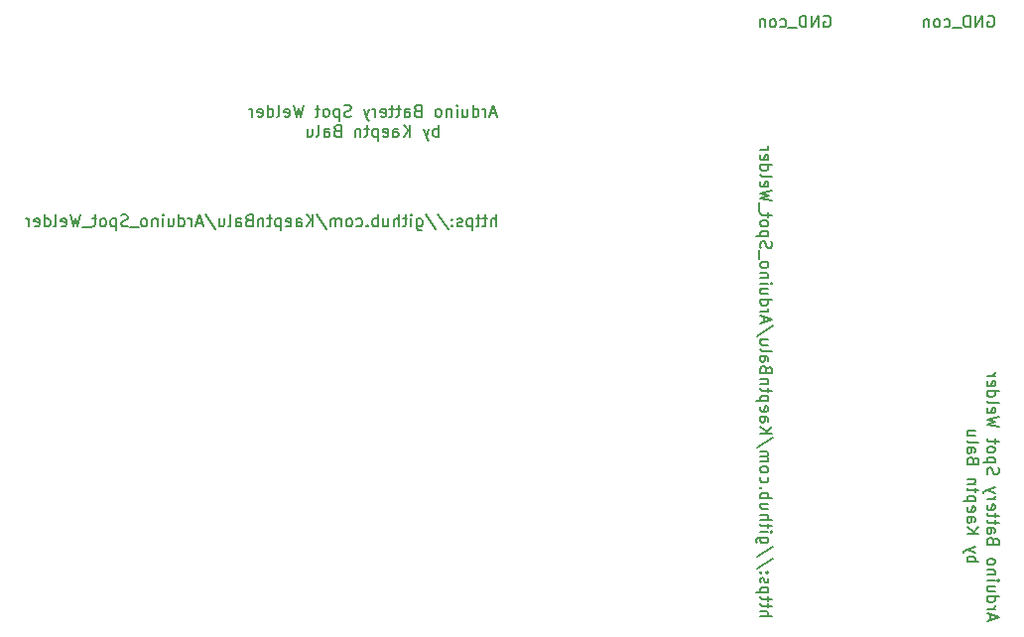
<source format=gbr>
G04 #@! TF.FileFunction,Legend,Bot*
%FSLAX46Y46*%
G04 Gerber Fmt 4.6, Leading zero omitted, Abs format (unit mm)*
G04 Created by KiCad (PCBNEW 4.0.4-stable) date 03/17/17 17:10:39*
%MOMM*%
%LPD*%
G01*
G04 APERTURE LIST*
%ADD10C,0.100000*%
%ADD11C,0.200000*%
%ADD12C,0.150000*%
G04 APERTURE END LIST*
D10*
D11*
X137047619Y-122750002D02*
X138047619Y-122750002D01*
X137047619Y-122321430D02*
X137571429Y-122321430D01*
X137666667Y-122369049D01*
X137714286Y-122464287D01*
X137714286Y-122607145D01*
X137666667Y-122702383D01*
X137619048Y-122750002D01*
X137714286Y-121988097D02*
X137714286Y-121607145D01*
X138047619Y-121845240D02*
X137190476Y-121845240D01*
X137095238Y-121797621D01*
X137047619Y-121702383D01*
X137047619Y-121607145D01*
X137714286Y-121416668D02*
X137714286Y-121035716D01*
X138047619Y-121273811D02*
X137190476Y-121273811D01*
X137095238Y-121226192D01*
X137047619Y-121130954D01*
X137047619Y-121035716D01*
X137714286Y-120702382D02*
X136714286Y-120702382D01*
X137666667Y-120702382D02*
X137714286Y-120607144D01*
X137714286Y-120416667D01*
X137666667Y-120321429D01*
X137619048Y-120273810D01*
X137523810Y-120226191D01*
X137238095Y-120226191D01*
X137142857Y-120273810D01*
X137095238Y-120321429D01*
X137047619Y-120416667D01*
X137047619Y-120607144D01*
X137095238Y-120702382D01*
X137095238Y-119845239D02*
X137047619Y-119750001D01*
X137047619Y-119559525D01*
X137095238Y-119464286D01*
X137190476Y-119416667D01*
X137238095Y-119416667D01*
X137333333Y-119464286D01*
X137380952Y-119559525D01*
X137380952Y-119702382D01*
X137428571Y-119797620D01*
X137523810Y-119845239D01*
X137571429Y-119845239D01*
X137666667Y-119797620D01*
X137714286Y-119702382D01*
X137714286Y-119559525D01*
X137666667Y-119464286D01*
X137142857Y-118988096D02*
X137095238Y-118940477D01*
X137047619Y-118988096D01*
X137095238Y-119035715D01*
X137142857Y-118988096D01*
X137047619Y-118988096D01*
X137666667Y-118988096D02*
X137619048Y-118940477D01*
X137571429Y-118988096D01*
X137619048Y-119035715D01*
X137666667Y-118988096D01*
X137571429Y-118988096D01*
X138095238Y-117797620D02*
X136809524Y-118654763D01*
X138095238Y-116750001D02*
X136809524Y-117607144D01*
X137714286Y-115988096D02*
X136904762Y-115988096D01*
X136809524Y-116035715D01*
X136761905Y-116083334D01*
X136714286Y-116178573D01*
X136714286Y-116321430D01*
X136761905Y-116416668D01*
X137095238Y-115988096D02*
X137047619Y-116083334D01*
X137047619Y-116273811D01*
X137095238Y-116369049D01*
X137142857Y-116416668D01*
X137238095Y-116464287D01*
X137523810Y-116464287D01*
X137619048Y-116416668D01*
X137666667Y-116369049D01*
X137714286Y-116273811D01*
X137714286Y-116083334D01*
X137666667Y-115988096D01*
X137047619Y-115511906D02*
X137714286Y-115511906D01*
X138047619Y-115511906D02*
X138000000Y-115559525D01*
X137952381Y-115511906D01*
X138000000Y-115464287D01*
X138047619Y-115511906D01*
X137952381Y-115511906D01*
X137714286Y-115178573D02*
X137714286Y-114797621D01*
X138047619Y-115035716D02*
X137190476Y-115035716D01*
X137095238Y-114988097D01*
X137047619Y-114892859D01*
X137047619Y-114797621D01*
X137047619Y-114464287D02*
X138047619Y-114464287D01*
X137047619Y-114035715D02*
X137571429Y-114035715D01*
X137666667Y-114083334D01*
X137714286Y-114178572D01*
X137714286Y-114321430D01*
X137666667Y-114416668D01*
X137619048Y-114464287D01*
X137714286Y-113130953D02*
X137047619Y-113130953D01*
X137714286Y-113559525D02*
X137190476Y-113559525D01*
X137095238Y-113511906D01*
X137047619Y-113416668D01*
X137047619Y-113273810D01*
X137095238Y-113178572D01*
X137142857Y-113130953D01*
X137047619Y-112654763D02*
X138047619Y-112654763D01*
X137666667Y-112654763D02*
X137714286Y-112559525D01*
X137714286Y-112369048D01*
X137666667Y-112273810D01*
X137619048Y-112226191D01*
X137523810Y-112178572D01*
X137238095Y-112178572D01*
X137142857Y-112226191D01*
X137095238Y-112273810D01*
X137047619Y-112369048D01*
X137047619Y-112559525D01*
X137095238Y-112654763D01*
X137142857Y-111750001D02*
X137095238Y-111702382D01*
X137047619Y-111750001D01*
X137095238Y-111797620D01*
X137142857Y-111750001D01*
X137047619Y-111750001D01*
X137095238Y-110845239D02*
X137047619Y-110940477D01*
X137047619Y-111130954D01*
X137095238Y-111226192D01*
X137142857Y-111273811D01*
X137238095Y-111321430D01*
X137523810Y-111321430D01*
X137619048Y-111273811D01*
X137666667Y-111226192D01*
X137714286Y-111130954D01*
X137714286Y-110940477D01*
X137666667Y-110845239D01*
X137047619Y-110273811D02*
X137095238Y-110369049D01*
X137142857Y-110416668D01*
X137238095Y-110464287D01*
X137523810Y-110464287D01*
X137619048Y-110416668D01*
X137666667Y-110369049D01*
X137714286Y-110273811D01*
X137714286Y-110130953D01*
X137666667Y-110035715D01*
X137619048Y-109988096D01*
X137523810Y-109940477D01*
X137238095Y-109940477D01*
X137142857Y-109988096D01*
X137095238Y-110035715D01*
X137047619Y-110130953D01*
X137047619Y-110273811D01*
X137047619Y-109511906D02*
X137714286Y-109511906D01*
X137619048Y-109511906D02*
X137666667Y-109464287D01*
X137714286Y-109369049D01*
X137714286Y-109226191D01*
X137666667Y-109130953D01*
X137571429Y-109083334D01*
X137047619Y-109083334D01*
X137571429Y-109083334D02*
X137666667Y-109035715D01*
X137714286Y-108940477D01*
X137714286Y-108797620D01*
X137666667Y-108702382D01*
X137571429Y-108654763D01*
X137047619Y-108654763D01*
X138095238Y-107464287D02*
X136809524Y-108321430D01*
X137047619Y-107130954D02*
X138047619Y-107130954D01*
X137047619Y-106559525D02*
X137619048Y-106988097D01*
X138047619Y-106559525D02*
X137476190Y-107130954D01*
X137047619Y-105702382D02*
X137571429Y-105702382D01*
X137666667Y-105750001D01*
X137714286Y-105845239D01*
X137714286Y-106035716D01*
X137666667Y-106130954D01*
X137095238Y-105702382D02*
X137047619Y-105797620D01*
X137047619Y-106035716D01*
X137095238Y-106130954D01*
X137190476Y-106178573D01*
X137285714Y-106178573D01*
X137380952Y-106130954D01*
X137428571Y-106035716D01*
X137428571Y-105797620D01*
X137476190Y-105702382D01*
X137095238Y-104845239D02*
X137047619Y-104940477D01*
X137047619Y-105130954D01*
X137095238Y-105226192D01*
X137190476Y-105273811D01*
X137571429Y-105273811D01*
X137666667Y-105226192D01*
X137714286Y-105130954D01*
X137714286Y-104940477D01*
X137666667Y-104845239D01*
X137571429Y-104797620D01*
X137476190Y-104797620D01*
X137380952Y-105273811D01*
X137714286Y-104369049D02*
X136714286Y-104369049D01*
X137666667Y-104369049D02*
X137714286Y-104273811D01*
X137714286Y-104083334D01*
X137666667Y-103988096D01*
X137619048Y-103940477D01*
X137523810Y-103892858D01*
X137238095Y-103892858D01*
X137142857Y-103940477D01*
X137095238Y-103988096D01*
X137047619Y-104083334D01*
X137047619Y-104273811D01*
X137095238Y-104369049D01*
X137714286Y-103607144D02*
X137714286Y-103226192D01*
X138047619Y-103464287D02*
X137190476Y-103464287D01*
X137095238Y-103416668D01*
X137047619Y-103321430D01*
X137047619Y-103226192D01*
X137714286Y-102892858D02*
X137047619Y-102892858D01*
X137619048Y-102892858D02*
X137666667Y-102845239D01*
X137714286Y-102750001D01*
X137714286Y-102607143D01*
X137666667Y-102511905D01*
X137571429Y-102464286D01*
X137047619Y-102464286D01*
X137571429Y-101654762D02*
X137523810Y-101511905D01*
X137476190Y-101464286D01*
X137380952Y-101416667D01*
X137238095Y-101416667D01*
X137142857Y-101464286D01*
X137095238Y-101511905D01*
X137047619Y-101607143D01*
X137047619Y-101988096D01*
X138047619Y-101988096D01*
X138047619Y-101654762D01*
X138000000Y-101559524D01*
X137952381Y-101511905D01*
X137857143Y-101464286D01*
X137761905Y-101464286D01*
X137666667Y-101511905D01*
X137619048Y-101559524D01*
X137571429Y-101654762D01*
X137571429Y-101988096D01*
X137047619Y-100559524D02*
X137571429Y-100559524D01*
X137666667Y-100607143D01*
X137714286Y-100702381D01*
X137714286Y-100892858D01*
X137666667Y-100988096D01*
X137095238Y-100559524D02*
X137047619Y-100654762D01*
X137047619Y-100892858D01*
X137095238Y-100988096D01*
X137190476Y-101035715D01*
X137285714Y-101035715D01*
X137380952Y-100988096D01*
X137428571Y-100892858D01*
X137428571Y-100654762D01*
X137476190Y-100559524D01*
X137047619Y-99940477D02*
X137095238Y-100035715D01*
X137190476Y-100083334D01*
X138047619Y-100083334D01*
X137714286Y-99130952D02*
X137047619Y-99130952D01*
X137714286Y-99559524D02*
X137190476Y-99559524D01*
X137095238Y-99511905D01*
X137047619Y-99416667D01*
X137047619Y-99273809D01*
X137095238Y-99178571D01*
X137142857Y-99130952D01*
X138095238Y-97940476D02*
X136809524Y-98797619D01*
X137333333Y-97654762D02*
X137333333Y-97178571D01*
X137047619Y-97750000D02*
X138047619Y-97416667D01*
X137047619Y-97083333D01*
X137047619Y-96750000D02*
X137714286Y-96750000D01*
X137523810Y-96750000D02*
X137619048Y-96702381D01*
X137666667Y-96654762D01*
X137714286Y-96559524D01*
X137714286Y-96464285D01*
X137047619Y-95702380D02*
X138047619Y-95702380D01*
X137095238Y-95702380D02*
X137047619Y-95797618D01*
X137047619Y-95988095D01*
X137095238Y-96083333D01*
X137142857Y-96130952D01*
X137238095Y-96178571D01*
X137523810Y-96178571D01*
X137619048Y-96130952D01*
X137666667Y-96083333D01*
X137714286Y-95988095D01*
X137714286Y-95797618D01*
X137666667Y-95702380D01*
X137714286Y-94797618D02*
X137047619Y-94797618D01*
X137714286Y-95226190D02*
X137190476Y-95226190D01*
X137095238Y-95178571D01*
X137047619Y-95083333D01*
X137047619Y-94940475D01*
X137095238Y-94845237D01*
X137142857Y-94797618D01*
X137047619Y-94321428D02*
X137714286Y-94321428D01*
X138047619Y-94321428D02*
X138000000Y-94369047D01*
X137952381Y-94321428D01*
X138000000Y-94273809D01*
X138047619Y-94321428D01*
X137952381Y-94321428D01*
X137714286Y-93845238D02*
X137047619Y-93845238D01*
X137619048Y-93845238D02*
X137666667Y-93797619D01*
X137714286Y-93702381D01*
X137714286Y-93559523D01*
X137666667Y-93464285D01*
X137571429Y-93416666D01*
X137047619Y-93416666D01*
X137047619Y-92797619D02*
X137095238Y-92892857D01*
X137142857Y-92940476D01*
X137238095Y-92988095D01*
X137523810Y-92988095D01*
X137619048Y-92940476D01*
X137666667Y-92892857D01*
X137714286Y-92797619D01*
X137714286Y-92654761D01*
X137666667Y-92559523D01*
X137619048Y-92511904D01*
X137523810Y-92464285D01*
X137238095Y-92464285D01*
X137142857Y-92511904D01*
X137095238Y-92559523D01*
X137047619Y-92654761D01*
X137047619Y-92797619D01*
X136952381Y-92273809D02*
X136952381Y-91511904D01*
X137095238Y-91321428D02*
X137047619Y-91178571D01*
X137047619Y-90940475D01*
X137095238Y-90845237D01*
X137142857Y-90797618D01*
X137238095Y-90749999D01*
X137333333Y-90749999D01*
X137428571Y-90797618D01*
X137476190Y-90845237D01*
X137523810Y-90940475D01*
X137571429Y-91130952D01*
X137619048Y-91226190D01*
X137666667Y-91273809D01*
X137761905Y-91321428D01*
X137857143Y-91321428D01*
X137952381Y-91273809D01*
X138000000Y-91226190D01*
X138047619Y-91130952D01*
X138047619Y-90892856D01*
X138000000Y-90749999D01*
X137714286Y-90321428D02*
X136714286Y-90321428D01*
X137666667Y-90321428D02*
X137714286Y-90226190D01*
X137714286Y-90035713D01*
X137666667Y-89940475D01*
X137619048Y-89892856D01*
X137523810Y-89845237D01*
X137238095Y-89845237D01*
X137142857Y-89892856D01*
X137095238Y-89940475D01*
X137047619Y-90035713D01*
X137047619Y-90226190D01*
X137095238Y-90321428D01*
X137047619Y-89273809D02*
X137095238Y-89369047D01*
X137142857Y-89416666D01*
X137238095Y-89464285D01*
X137523810Y-89464285D01*
X137619048Y-89416666D01*
X137666667Y-89369047D01*
X137714286Y-89273809D01*
X137714286Y-89130951D01*
X137666667Y-89035713D01*
X137619048Y-88988094D01*
X137523810Y-88940475D01*
X137238095Y-88940475D01*
X137142857Y-88988094D01*
X137095238Y-89035713D01*
X137047619Y-89130951D01*
X137047619Y-89273809D01*
X137714286Y-88654761D02*
X137714286Y-88273809D01*
X138047619Y-88511904D02*
X137190476Y-88511904D01*
X137095238Y-88464285D01*
X137047619Y-88369047D01*
X137047619Y-88273809D01*
X136952381Y-88178570D02*
X136952381Y-87416665D01*
X138047619Y-87273808D02*
X137047619Y-87035713D01*
X137761905Y-86845236D01*
X137047619Y-86654760D01*
X138047619Y-86416665D01*
X137095238Y-85654760D02*
X137047619Y-85749998D01*
X137047619Y-85940475D01*
X137095238Y-86035713D01*
X137190476Y-86083332D01*
X137571429Y-86083332D01*
X137666667Y-86035713D01*
X137714286Y-85940475D01*
X137714286Y-85749998D01*
X137666667Y-85654760D01*
X137571429Y-85607141D01*
X137476190Y-85607141D01*
X137380952Y-86083332D01*
X137047619Y-85035713D02*
X137095238Y-85130951D01*
X137190476Y-85178570D01*
X138047619Y-85178570D01*
X137047619Y-84226188D02*
X138047619Y-84226188D01*
X137095238Y-84226188D02*
X137047619Y-84321426D01*
X137047619Y-84511903D01*
X137095238Y-84607141D01*
X137142857Y-84654760D01*
X137238095Y-84702379D01*
X137523810Y-84702379D01*
X137619048Y-84654760D01*
X137666667Y-84607141D01*
X137714286Y-84511903D01*
X137714286Y-84321426D01*
X137666667Y-84226188D01*
X137095238Y-83369045D02*
X137047619Y-83464283D01*
X137047619Y-83654760D01*
X137095238Y-83749998D01*
X137190476Y-83797617D01*
X137571429Y-83797617D01*
X137666667Y-83749998D01*
X137714286Y-83654760D01*
X137714286Y-83464283D01*
X137666667Y-83369045D01*
X137571429Y-83321426D01*
X137476190Y-83321426D01*
X137380952Y-83797617D01*
X137047619Y-82892855D02*
X137714286Y-82892855D01*
X137523810Y-82892855D02*
X137619048Y-82845236D01*
X137666667Y-82797617D01*
X137714286Y-82702379D01*
X137714286Y-82607140D01*
X156683333Y-123000002D02*
X156683333Y-122523811D01*
X156397619Y-123095240D02*
X157397619Y-122761907D01*
X156397619Y-122428573D01*
X156397619Y-122095240D02*
X157064286Y-122095240D01*
X156873810Y-122095240D02*
X156969048Y-122047621D01*
X157016667Y-122000002D01*
X157064286Y-121904764D01*
X157064286Y-121809525D01*
X156397619Y-121047620D02*
X157397619Y-121047620D01*
X156445238Y-121047620D02*
X156397619Y-121142858D01*
X156397619Y-121333335D01*
X156445238Y-121428573D01*
X156492857Y-121476192D01*
X156588095Y-121523811D01*
X156873810Y-121523811D01*
X156969048Y-121476192D01*
X157016667Y-121428573D01*
X157064286Y-121333335D01*
X157064286Y-121142858D01*
X157016667Y-121047620D01*
X157064286Y-120142858D02*
X156397619Y-120142858D01*
X157064286Y-120571430D02*
X156540476Y-120571430D01*
X156445238Y-120523811D01*
X156397619Y-120428573D01*
X156397619Y-120285715D01*
X156445238Y-120190477D01*
X156492857Y-120142858D01*
X156397619Y-119666668D02*
X157064286Y-119666668D01*
X157397619Y-119666668D02*
X157350000Y-119714287D01*
X157302381Y-119666668D01*
X157350000Y-119619049D01*
X157397619Y-119666668D01*
X157302381Y-119666668D01*
X157064286Y-119190478D02*
X156397619Y-119190478D01*
X156969048Y-119190478D02*
X157016667Y-119142859D01*
X157064286Y-119047621D01*
X157064286Y-118904763D01*
X157016667Y-118809525D01*
X156921429Y-118761906D01*
X156397619Y-118761906D01*
X156397619Y-118142859D02*
X156445238Y-118238097D01*
X156492857Y-118285716D01*
X156588095Y-118333335D01*
X156873810Y-118333335D01*
X156969048Y-118285716D01*
X157016667Y-118238097D01*
X157064286Y-118142859D01*
X157064286Y-118000001D01*
X157016667Y-117904763D01*
X156969048Y-117857144D01*
X156873810Y-117809525D01*
X156588095Y-117809525D01*
X156492857Y-117857144D01*
X156445238Y-117904763D01*
X156397619Y-118000001D01*
X156397619Y-118142859D01*
X156921429Y-116285715D02*
X156873810Y-116142858D01*
X156826190Y-116095239D01*
X156730952Y-116047620D01*
X156588095Y-116047620D01*
X156492857Y-116095239D01*
X156445238Y-116142858D01*
X156397619Y-116238096D01*
X156397619Y-116619049D01*
X157397619Y-116619049D01*
X157397619Y-116285715D01*
X157350000Y-116190477D01*
X157302381Y-116142858D01*
X157207143Y-116095239D01*
X157111905Y-116095239D01*
X157016667Y-116142858D01*
X156969048Y-116190477D01*
X156921429Y-116285715D01*
X156921429Y-116619049D01*
X156397619Y-115190477D02*
X156921429Y-115190477D01*
X157016667Y-115238096D01*
X157064286Y-115333334D01*
X157064286Y-115523811D01*
X157016667Y-115619049D01*
X156445238Y-115190477D02*
X156397619Y-115285715D01*
X156397619Y-115523811D01*
X156445238Y-115619049D01*
X156540476Y-115666668D01*
X156635714Y-115666668D01*
X156730952Y-115619049D01*
X156778571Y-115523811D01*
X156778571Y-115285715D01*
X156826190Y-115190477D01*
X157064286Y-114857144D02*
X157064286Y-114476192D01*
X157397619Y-114714287D02*
X156540476Y-114714287D01*
X156445238Y-114666668D01*
X156397619Y-114571430D01*
X156397619Y-114476192D01*
X157064286Y-114285715D02*
X157064286Y-113904763D01*
X157397619Y-114142858D02*
X156540476Y-114142858D01*
X156445238Y-114095239D01*
X156397619Y-114000001D01*
X156397619Y-113904763D01*
X156445238Y-113190476D02*
X156397619Y-113285714D01*
X156397619Y-113476191D01*
X156445238Y-113571429D01*
X156540476Y-113619048D01*
X156921429Y-113619048D01*
X157016667Y-113571429D01*
X157064286Y-113476191D01*
X157064286Y-113285714D01*
X157016667Y-113190476D01*
X156921429Y-113142857D01*
X156826190Y-113142857D01*
X156730952Y-113619048D01*
X156397619Y-112714286D02*
X157064286Y-112714286D01*
X156873810Y-112714286D02*
X156969048Y-112666667D01*
X157016667Y-112619048D01*
X157064286Y-112523810D01*
X157064286Y-112428571D01*
X157064286Y-112190476D02*
X156397619Y-111952381D01*
X157064286Y-111714285D02*
X156397619Y-111952381D01*
X156159524Y-112047619D01*
X156111905Y-112095238D01*
X156064286Y-112190476D01*
X156445238Y-110619047D02*
X156397619Y-110476190D01*
X156397619Y-110238094D01*
X156445238Y-110142856D01*
X156492857Y-110095237D01*
X156588095Y-110047618D01*
X156683333Y-110047618D01*
X156778571Y-110095237D01*
X156826190Y-110142856D01*
X156873810Y-110238094D01*
X156921429Y-110428571D01*
X156969048Y-110523809D01*
X157016667Y-110571428D01*
X157111905Y-110619047D01*
X157207143Y-110619047D01*
X157302381Y-110571428D01*
X157350000Y-110523809D01*
X157397619Y-110428571D01*
X157397619Y-110190475D01*
X157350000Y-110047618D01*
X157064286Y-109619047D02*
X156064286Y-109619047D01*
X157016667Y-109619047D02*
X157064286Y-109523809D01*
X157064286Y-109333332D01*
X157016667Y-109238094D01*
X156969048Y-109190475D01*
X156873810Y-109142856D01*
X156588095Y-109142856D01*
X156492857Y-109190475D01*
X156445238Y-109238094D01*
X156397619Y-109333332D01*
X156397619Y-109523809D01*
X156445238Y-109619047D01*
X156397619Y-108571428D02*
X156445238Y-108666666D01*
X156492857Y-108714285D01*
X156588095Y-108761904D01*
X156873810Y-108761904D01*
X156969048Y-108714285D01*
X157016667Y-108666666D01*
X157064286Y-108571428D01*
X157064286Y-108428570D01*
X157016667Y-108333332D01*
X156969048Y-108285713D01*
X156873810Y-108238094D01*
X156588095Y-108238094D01*
X156492857Y-108285713D01*
X156445238Y-108333332D01*
X156397619Y-108428570D01*
X156397619Y-108571428D01*
X157064286Y-107952380D02*
X157064286Y-107571428D01*
X157397619Y-107809523D02*
X156540476Y-107809523D01*
X156445238Y-107761904D01*
X156397619Y-107666666D01*
X156397619Y-107571428D01*
X157397619Y-106571427D02*
X156397619Y-106333332D01*
X157111905Y-106142855D01*
X156397619Y-105952379D01*
X157397619Y-105714284D01*
X156445238Y-104952379D02*
X156397619Y-105047617D01*
X156397619Y-105238094D01*
X156445238Y-105333332D01*
X156540476Y-105380951D01*
X156921429Y-105380951D01*
X157016667Y-105333332D01*
X157064286Y-105238094D01*
X157064286Y-105047617D01*
X157016667Y-104952379D01*
X156921429Y-104904760D01*
X156826190Y-104904760D01*
X156730952Y-105380951D01*
X156397619Y-104333332D02*
X156445238Y-104428570D01*
X156540476Y-104476189D01*
X157397619Y-104476189D01*
X156397619Y-103523807D02*
X157397619Y-103523807D01*
X156445238Y-103523807D02*
X156397619Y-103619045D01*
X156397619Y-103809522D01*
X156445238Y-103904760D01*
X156492857Y-103952379D01*
X156588095Y-103999998D01*
X156873810Y-103999998D01*
X156969048Y-103952379D01*
X157016667Y-103904760D01*
X157064286Y-103809522D01*
X157064286Y-103619045D01*
X157016667Y-103523807D01*
X156445238Y-102666664D02*
X156397619Y-102761902D01*
X156397619Y-102952379D01*
X156445238Y-103047617D01*
X156540476Y-103095236D01*
X156921429Y-103095236D01*
X157016667Y-103047617D01*
X157064286Y-102952379D01*
X157064286Y-102761902D01*
X157016667Y-102666664D01*
X156921429Y-102619045D01*
X156826190Y-102619045D01*
X156730952Y-103095236D01*
X156397619Y-102190474D02*
X157064286Y-102190474D01*
X156873810Y-102190474D02*
X156969048Y-102142855D01*
X157016667Y-102095236D01*
X157064286Y-101999998D01*
X157064286Y-101904759D01*
X154697619Y-118095239D02*
X155697619Y-118095239D01*
X155316667Y-118095239D02*
X155364286Y-118000001D01*
X155364286Y-117809524D01*
X155316667Y-117714286D01*
X155269048Y-117666667D01*
X155173810Y-117619048D01*
X154888095Y-117619048D01*
X154792857Y-117666667D01*
X154745238Y-117714286D01*
X154697619Y-117809524D01*
X154697619Y-118000001D01*
X154745238Y-118095239D01*
X155364286Y-117285715D02*
X154697619Y-117047620D01*
X155364286Y-116809524D02*
X154697619Y-117047620D01*
X154459524Y-117142858D01*
X154411905Y-117190477D01*
X154364286Y-117285715D01*
X154697619Y-115666667D02*
X155697619Y-115666667D01*
X154697619Y-115095238D02*
X155269048Y-115523810D01*
X155697619Y-115095238D02*
X155126190Y-115666667D01*
X154697619Y-114238095D02*
X155221429Y-114238095D01*
X155316667Y-114285714D01*
X155364286Y-114380952D01*
X155364286Y-114571429D01*
X155316667Y-114666667D01*
X154745238Y-114238095D02*
X154697619Y-114333333D01*
X154697619Y-114571429D01*
X154745238Y-114666667D01*
X154840476Y-114714286D01*
X154935714Y-114714286D01*
X155030952Y-114666667D01*
X155078571Y-114571429D01*
X155078571Y-114333333D01*
X155126190Y-114238095D01*
X154745238Y-113380952D02*
X154697619Y-113476190D01*
X154697619Y-113666667D01*
X154745238Y-113761905D01*
X154840476Y-113809524D01*
X155221429Y-113809524D01*
X155316667Y-113761905D01*
X155364286Y-113666667D01*
X155364286Y-113476190D01*
X155316667Y-113380952D01*
X155221429Y-113333333D01*
X155126190Y-113333333D01*
X155030952Y-113809524D01*
X155364286Y-112904762D02*
X154364286Y-112904762D01*
X155316667Y-112904762D02*
X155364286Y-112809524D01*
X155364286Y-112619047D01*
X155316667Y-112523809D01*
X155269048Y-112476190D01*
X155173810Y-112428571D01*
X154888095Y-112428571D01*
X154792857Y-112476190D01*
X154745238Y-112523809D01*
X154697619Y-112619047D01*
X154697619Y-112809524D01*
X154745238Y-112904762D01*
X155364286Y-112142857D02*
X155364286Y-111761905D01*
X155697619Y-112000000D02*
X154840476Y-112000000D01*
X154745238Y-111952381D01*
X154697619Y-111857143D01*
X154697619Y-111761905D01*
X155364286Y-111428571D02*
X154697619Y-111428571D01*
X155269048Y-111428571D02*
X155316667Y-111380952D01*
X155364286Y-111285714D01*
X155364286Y-111142856D01*
X155316667Y-111047618D01*
X155221429Y-110999999D01*
X154697619Y-110999999D01*
X155221429Y-109428570D02*
X155173810Y-109285713D01*
X155126190Y-109238094D01*
X155030952Y-109190475D01*
X154888095Y-109190475D01*
X154792857Y-109238094D01*
X154745238Y-109285713D01*
X154697619Y-109380951D01*
X154697619Y-109761904D01*
X155697619Y-109761904D01*
X155697619Y-109428570D01*
X155650000Y-109333332D01*
X155602381Y-109285713D01*
X155507143Y-109238094D01*
X155411905Y-109238094D01*
X155316667Y-109285713D01*
X155269048Y-109333332D01*
X155221429Y-109428570D01*
X155221429Y-109761904D01*
X154697619Y-108333332D02*
X155221429Y-108333332D01*
X155316667Y-108380951D01*
X155364286Y-108476189D01*
X155364286Y-108666666D01*
X155316667Y-108761904D01*
X154745238Y-108333332D02*
X154697619Y-108428570D01*
X154697619Y-108666666D01*
X154745238Y-108761904D01*
X154840476Y-108809523D01*
X154935714Y-108809523D01*
X155030952Y-108761904D01*
X155078571Y-108666666D01*
X155078571Y-108428570D01*
X155126190Y-108333332D01*
X154697619Y-107714285D02*
X154745238Y-107809523D01*
X154840476Y-107857142D01*
X155697619Y-107857142D01*
X155364286Y-106904760D02*
X154697619Y-106904760D01*
X155364286Y-107333332D02*
X154840476Y-107333332D01*
X154745238Y-107285713D01*
X154697619Y-107190475D01*
X154697619Y-107047617D01*
X154745238Y-106952379D01*
X154792857Y-106904760D01*
X114500002Y-89452381D02*
X114500002Y-88452381D01*
X114071430Y-89452381D02*
X114071430Y-88928571D01*
X114119049Y-88833333D01*
X114214287Y-88785714D01*
X114357145Y-88785714D01*
X114452383Y-88833333D01*
X114500002Y-88880952D01*
X113738097Y-88785714D02*
X113357145Y-88785714D01*
X113595240Y-88452381D02*
X113595240Y-89309524D01*
X113547621Y-89404762D01*
X113452383Y-89452381D01*
X113357145Y-89452381D01*
X113166668Y-88785714D02*
X112785716Y-88785714D01*
X113023811Y-88452381D02*
X113023811Y-89309524D01*
X112976192Y-89404762D01*
X112880954Y-89452381D01*
X112785716Y-89452381D01*
X112452382Y-88785714D02*
X112452382Y-89785714D01*
X112452382Y-88833333D02*
X112357144Y-88785714D01*
X112166667Y-88785714D01*
X112071429Y-88833333D01*
X112023810Y-88880952D01*
X111976191Y-88976190D01*
X111976191Y-89261905D01*
X112023810Y-89357143D01*
X112071429Y-89404762D01*
X112166667Y-89452381D01*
X112357144Y-89452381D01*
X112452382Y-89404762D01*
X111595239Y-89404762D02*
X111500001Y-89452381D01*
X111309525Y-89452381D01*
X111214286Y-89404762D01*
X111166667Y-89309524D01*
X111166667Y-89261905D01*
X111214286Y-89166667D01*
X111309525Y-89119048D01*
X111452382Y-89119048D01*
X111547620Y-89071429D01*
X111595239Y-88976190D01*
X111595239Y-88928571D01*
X111547620Y-88833333D01*
X111452382Y-88785714D01*
X111309525Y-88785714D01*
X111214286Y-88833333D01*
X110738096Y-89357143D02*
X110690477Y-89404762D01*
X110738096Y-89452381D01*
X110785715Y-89404762D01*
X110738096Y-89357143D01*
X110738096Y-89452381D01*
X110738096Y-88833333D02*
X110690477Y-88880952D01*
X110738096Y-88928571D01*
X110785715Y-88880952D01*
X110738096Y-88833333D01*
X110738096Y-88928571D01*
X109547620Y-88404762D02*
X110404763Y-89690476D01*
X108500001Y-88404762D02*
X109357144Y-89690476D01*
X107738096Y-88785714D02*
X107738096Y-89595238D01*
X107785715Y-89690476D01*
X107833334Y-89738095D01*
X107928573Y-89785714D01*
X108071430Y-89785714D01*
X108166668Y-89738095D01*
X107738096Y-89404762D02*
X107833334Y-89452381D01*
X108023811Y-89452381D01*
X108119049Y-89404762D01*
X108166668Y-89357143D01*
X108214287Y-89261905D01*
X108214287Y-88976190D01*
X108166668Y-88880952D01*
X108119049Y-88833333D01*
X108023811Y-88785714D01*
X107833334Y-88785714D01*
X107738096Y-88833333D01*
X107261906Y-89452381D02*
X107261906Y-88785714D01*
X107261906Y-88452381D02*
X107309525Y-88500000D01*
X107261906Y-88547619D01*
X107214287Y-88500000D01*
X107261906Y-88452381D01*
X107261906Y-88547619D01*
X106928573Y-88785714D02*
X106547621Y-88785714D01*
X106785716Y-88452381D02*
X106785716Y-89309524D01*
X106738097Y-89404762D01*
X106642859Y-89452381D01*
X106547621Y-89452381D01*
X106214287Y-89452381D02*
X106214287Y-88452381D01*
X105785715Y-89452381D02*
X105785715Y-88928571D01*
X105833334Y-88833333D01*
X105928572Y-88785714D01*
X106071430Y-88785714D01*
X106166668Y-88833333D01*
X106214287Y-88880952D01*
X104880953Y-88785714D02*
X104880953Y-89452381D01*
X105309525Y-88785714D02*
X105309525Y-89309524D01*
X105261906Y-89404762D01*
X105166668Y-89452381D01*
X105023810Y-89452381D01*
X104928572Y-89404762D01*
X104880953Y-89357143D01*
X104404763Y-89452381D02*
X104404763Y-88452381D01*
X104404763Y-88833333D02*
X104309525Y-88785714D01*
X104119048Y-88785714D01*
X104023810Y-88833333D01*
X103976191Y-88880952D01*
X103928572Y-88976190D01*
X103928572Y-89261905D01*
X103976191Y-89357143D01*
X104023810Y-89404762D01*
X104119048Y-89452381D01*
X104309525Y-89452381D01*
X104404763Y-89404762D01*
X103500001Y-89357143D02*
X103452382Y-89404762D01*
X103500001Y-89452381D01*
X103547620Y-89404762D01*
X103500001Y-89357143D01*
X103500001Y-89452381D01*
X102595239Y-89404762D02*
X102690477Y-89452381D01*
X102880954Y-89452381D01*
X102976192Y-89404762D01*
X103023811Y-89357143D01*
X103071430Y-89261905D01*
X103071430Y-88976190D01*
X103023811Y-88880952D01*
X102976192Y-88833333D01*
X102880954Y-88785714D01*
X102690477Y-88785714D01*
X102595239Y-88833333D01*
X102023811Y-89452381D02*
X102119049Y-89404762D01*
X102166668Y-89357143D01*
X102214287Y-89261905D01*
X102214287Y-88976190D01*
X102166668Y-88880952D01*
X102119049Y-88833333D01*
X102023811Y-88785714D01*
X101880953Y-88785714D01*
X101785715Y-88833333D01*
X101738096Y-88880952D01*
X101690477Y-88976190D01*
X101690477Y-89261905D01*
X101738096Y-89357143D01*
X101785715Y-89404762D01*
X101880953Y-89452381D01*
X102023811Y-89452381D01*
X101261906Y-89452381D02*
X101261906Y-88785714D01*
X101261906Y-88880952D02*
X101214287Y-88833333D01*
X101119049Y-88785714D01*
X100976191Y-88785714D01*
X100880953Y-88833333D01*
X100833334Y-88928571D01*
X100833334Y-89452381D01*
X100833334Y-88928571D02*
X100785715Y-88833333D01*
X100690477Y-88785714D01*
X100547620Y-88785714D01*
X100452382Y-88833333D01*
X100404763Y-88928571D01*
X100404763Y-89452381D01*
X99214287Y-88404762D02*
X100071430Y-89690476D01*
X98880954Y-89452381D02*
X98880954Y-88452381D01*
X98309525Y-89452381D02*
X98738097Y-88880952D01*
X98309525Y-88452381D02*
X98880954Y-89023810D01*
X97452382Y-89452381D02*
X97452382Y-88928571D01*
X97500001Y-88833333D01*
X97595239Y-88785714D01*
X97785716Y-88785714D01*
X97880954Y-88833333D01*
X97452382Y-89404762D02*
X97547620Y-89452381D01*
X97785716Y-89452381D01*
X97880954Y-89404762D01*
X97928573Y-89309524D01*
X97928573Y-89214286D01*
X97880954Y-89119048D01*
X97785716Y-89071429D01*
X97547620Y-89071429D01*
X97452382Y-89023810D01*
X96595239Y-89404762D02*
X96690477Y-89452381D01*
X96880954Y-89452381D01*
X96976192Y-89404762D01*
X97023811Y-89309524D01*
X97023811Y-88928571D01*
X96976192Y-88833333D01*
X96880954Y-88785714D01*
X96690477Y-88785714D01*
X96595239Y-88833333D01*
X96547620Y-88928571D01*
X96547620Y-89023810D01*
X97023811Y-89119048D01*
X96119049Y-88785714D02*
X96119049Y-89785714D01*
X96119049Y-88833333D02*
X96023811Y-88785714D01*
X95833334Y-88785714D01*
X95738096Y-88833333D01*
X95690477Y-88880952D01*
X95642858Y-88976190D01*
X95642858Y-89261905D01*
X95690477Y-89357143D01*
X95738096Y-89404762D01*
X95833334Y-89452381D01*
X96023811Y-89452381D01*
X96119049Y-89404762D01*
X95357144Y-88785714D02*
X94976192Y-88785714D01*
X95214287Y-88452381D02*
X95214287Y-89309524D01*
X95166668Y-89404762D01*
X95071430Y-89452381D01*
X94976192Y-89452381D01*
X94642858Y-88785714D02*
X94642858Y-89452381D01*
X94642858Y-88880952D02*
X94595239Y-88833333D01*
X94500001Y-88785714D01*
X94357143Y-88785714D01*
X94261905Y-88833333D01*
X94214286Y-88928571D01*
X94214286Y-89452381D01*
X93404762Y-88928571D02*
X93261905Y-88976190D01*
X93214286Y-89023810D01*
X93166667Y-89119048D01*
X93166667Y-89261905D01*
X93214286Y-89357143D01*
X93261905Y-89404762D01*
X93357143Y-89452381D01*
X93738096Y-89452381D01*
X93738096Y-88452381D01*
X93404762Y-88452381D01*
X93309524Y-88500000D01*
X93261905Y-88547619D01*
X93214286Y-88642857D01*
X93214286Y-88738095D01*
X93261905Y-88833333D01*
X93309524Y-88880952D01*
X93404762Y-88928571D01*
X93738096Y-88928571D01*
X92309524Y-89452381D02*
X92309524Y-88928571D01*
X92357143Y-88833333D01*
X92452381Y-88785714D01*
X92642858Y-88785714D01*
X92738096Y-88833333D01*
X92309524Y-89404762D02*
X92404762Y-89452381D01*
X92642858Y-89452381D01*
X92738096Y-89404762D01*
X92785715Y-89309524D01*
X92785715Y-89214286D01*
X92738096Y-89119048D01*
X92642858Y-89071429D01*
X92404762Y-89071429D01*
X92309524Y-89023810D01*
X91690477Y-89452381D02*
X91785715Y-89404762D01*
X91833334Y-89309524D01*
X91833334Y-88452381D01*
X90880952Y-88785714D02*
X90880952Y-89452381D01*
X91309524Y-88785714D02*
X91309524Y-89309524D01*
X91261905Y-89404762D01*
X91166667Y-89452381D01*
X91023809Y-89452381D01*
X90928571Y-89404762D01*
X90880952Y-89357143D01*
X89690476Y-88404762D02*
X90547619Y-89690476D01*
X89404762Y-89166667D02*
X88928571Y-89166667D01*
X89500000Y-89452381D02*
X89166667Y-88452381D01*
X88833333Y-89452381D01*
X88500000Y-89452381D02*
X88500000Y-88785714D01*
X88500000Y-88976190D02*
X88452381Y-88880952D01*
X88404762Y-88833333D01*
X88309524Y-88785714D01*
X88214285Y-88785714D01*
X87452380Y-89452381D02*
X87452380Y-88452381D01*
X87452380Y-89404762D02*
X87547618Y-89452381D01*
X87738095Y-89452381D01*
X87833333Y-89404762D01*
X87880952Y-89357143D01*
X87928571Y-89261905D01*
X87928571Y-88976190D01*
X87880952Y-88880952D01*
X87833333Y-88833333D01*
X87738095Y-88785714D01*
X87547618Y-88785714D01*
X87452380Y-88833333D01*
X86547618Y-88785714D02*
X86547618Y-89452381D01*
X86976190Y-88785714D02*
X86976190Y-89309524D01*
X86928571Y-89404762D01*
X86833333Y-89452381D01*
X86690475Y-89452381D01*
X86595237Y-89404762D01*
X86547618Y-89357143D01*
X86071428Y-89452381D02*
X86071428Y-88785714D01*
X86071428Y-88452381D02*
X86119047Y-88500000D01*
X86071428Y-88547619D01*
X86023809Y-88500000D01*
X86071428Y-88452381D01*
X86071428Y-88547619D01*
X85595238Y-88785714D02*
X85595238Y-89452381D01*
X85595238Y-88880952D02*
X85547619Y-88833333D01*
X85452381Y-88785714D01*
X85309523Y-88785714D01*
X85214285Y-88833333D01*
X85166666Y-88928571D01*
X85166666Y-89452381D01*
X84547619Y-89452381D02*
X84642857Y-89404762D01*
X84690476Y-89357143D01*
X84738095Y-89261905D01*
X84738095Y-88976190D01*
X84690476Y-88880952D01*
X84642857Y-88833333D01*
X84547619Y-88785714D01*
X84404761Y-88785714D01*
X84309523Y-88833333D01*
X84261904Y-88880952D01*
X84214285Y-88976190D01*
X84214285Y-89261905D01*
X84261904Y-89357143D01*
X84309523Y-89404762D01*
X84404761Y-89452381D01*
X84547619Y-89452381D01*
X84023809Y-89547619D02*
X83261904Y-89547619D01*
X83071428Y-89404762D02*
X82928571Y-89452381D01*
X82690475Y-89452381D01*
X82595237Y-89404762D01*
X82547618Y-89357143D01*
X82499999Y-89261905D01*
X82499999Y-89166667D01*
X82547618Y-89071429D01*
X82595237Y-89023810D01*
X82690475Y-88976190D01*
X82880952Y-88928571D01*
X82976190Y-88880952D01*
X83023809Y-88833333D01*
X83071428Y-88738095D01*
X83071428Y-88642857D01*
X83023809Y-88547619D01*
X82976190Y-88500000D01*
X82880952Y-88452381D01*
X82642856Y-88452381D01*
X82499999Y-88500000D01*
X82071428Y-88785714D02*
X82071428Y-89785714D01*
X82071428Y-88833333D02*
X81976190Y-88785714D01*
X81785713Y-88785714D01*
X81690475Y-88833333D01*
X81642856Y-88880952D01*
X81595237Y-88976190D01*
X81595237Y-89261905D01*
X81642856Y-89357143D01*
X81690475Y-89404762D01*
X81785713Y-89452381D01*
X81976190Y-89452381D01*
X82071428Y-89404762D01*
X81023809Y-89452381D02*
X81119047Y-89404762D01*
X81166666Y-89357143D01*
X81214285Y-89261905D01*
X81214285Y-88976190D01*
X81166666Y-88880952D01*
X81119047Y-88833333D01*
X81023809Y-88785714D01*
X80880951Y-88785714D01*
X80785713Y-88833333D01*
X80738094Y-88880952D01*
X80690475Y-88976190D01*
X80690475Y-89261905D01*
X80738094Y-89357143D01*
X80785713Y-89404762D01*
X80880951Y-89452381D01*
X81023809Y-89452381D01*
X80404761Y-88785714D02*
X80023809Y-88785714D01*
X80261904Y-88452381D02*
X80261904Y-89309524D01*
X80214285Y-89404762D01*
X80119047Y-89452381D01*
X80023809Y-89452381D01*
X79928570Y-89547619D02*
X79166665Y-89547619D01*
X79023808Y-88452381D02*
X78785713Y-89452381D01*
X78595236Y-88738095D01*
X78404760Y-89452381D01*
X78166665Y-88452381D01*
X77404760Y-89404762D02*
X77499998Y-89452381D01*
X77690475Y-89452381D01*
X77785713Y-89404762D01*
X77833332Y-89309524D01*
X77833332Y-88928571D01*
X77785713Y-88833333D01*
X77690475Y-88785714D01*
X77499998Y-88785714D01*
X77404760Y-88833333D01*
X77357141Y-88928571D01*
X77357141Y-89023810D01*
X77833332Y-89119048D01*
X76785713Y-89452381D02*
X76880951Y-89404762D01*
X76928570Y-89309524D01*
X76928570Y-88452381D01*
X75976188Y-89452381D02*
X75976188Y-88452381D01*
X75976188Y-89404762D02*
X76071426Y-89452381D01*
X76261903Y-89452381D01*
X76357141Y-89404762D01*
X76404760Y-89357143D01*
X76452379Y-89261905D01*
X76452379Y-88976190D01*
X76404760Y-88880952D01*
X76357141Y-88833333D01*
X76261903Y-88785714D01*
X76071426Y-88785714D01*
X75976188Y-88833333D01*
X75119045Y-89404762D02*
X75214283Y-89452381D01*
X75404760Y-89452381D01*
X75499998Y-89404762D01*
X75547617Y-89309524D01*
X75547617Y-88928571D01*
X75499998Y-88833333D01*
X75404760Y-88785714D01*
X75214283Y-88785714D01*
X75119045Y-88833333D01*
X75071426Y-88928571D01*
X75071426Y-89023810D01*
X75547617Y-89119048D01*
X74642855Y-89452381D02*
X74642855Y-88785714D01*
X74642855Y-88976190D02*
X74595236Y-88880952D01*
X74547617Y-88833333D01*
X74452379Y-88785714D01*
X74357140Y-88785714D01*
X114500002Y-79816667D02*
X114023811Y-79816667D01*
X114595240Y-80102381D02*
X114261907Y-79102381D01*
X113928573Y-80102381D01*
X113595240Y-80102381D02*
X113595240Y-79435714D01*
X113595240Y-79626190D02*
X113547621Y-79530952D01*
X113500002Y-79483333D01*
X113404764Y-79435714D01*
X113309525Y-79435714D01*
X112547620Y-80102381D02*
X112547620Y-79102381D01*
X112547620Y-80054762D02*
X112642858Y-80102381D01*
X112833335Y-80102381D01*
X112928573Y-80054762D01*
X112976192Y-80007143D01*
X113023811Y-79911905D01*
X113023811Y-79626190D01*
X112976192Y-79530952D01*
X112928573Y-79483333D01*
X112833335Y-79435714D01*
X112642858Y-79435714D01*
X112547620Y-79483333D01*
X111642858Y-79435714D02*
X111642858Y-80102381D01*
X112071430Y-79435714D02*
X112071430Y-79959524D01*
X112023811Y-80054762D01*
X111928573Y-80102381D01*
X111785715Y-80102381D01*
X111690477Y-80054762D01*
X111642858Y-80007143D01*
X111166668Y-80102381D02*
X111166668Y-79435714D01*
X111166668Y-79102381D02*
X111214287Y-79150000D01*
X111166668Y-79197619D01*
X111119049Y-79150000D01*
X111166668Y-79102381D01*
X111166668Y-79197619D01*
X110690478Y-79435714D02*
X110690478Y-80102381D01*
X110690478Y-79530952D02*
X110642859Y-79483333D01*
X110547621Y-79435714D01*
X110404763Y-79435714D01*
X110309525Y-79483333D01*
X110261906Y-79578571D01*
X110261906Y-80102381D01*
X109642859Y-80102381D02*
X109738097Y-80054762D01*
X109785716Y-80007143D01*
X109833335Y-79911905D01*
X109833335Y-79626190D01*
X109785716Y-79530952D01*
X109738097Y-79483333D01*
X109642859Y-79435714D01*
X109500001Y-79435714D01*
X109404763Y-79483333D01*
X109357144Y-79530952D01*
X109309525Y-79626190D01*
X109309525Y-79911905D01*
X109357144Y-80007143D01*
X109404763Y-80054762D01*
X109500001Y-80102381D01*
X109642859Y-80102381D01*
X107785715Y-79578571D02*
X107642858Y-79626190D01*
X107595239Y-79673810D01*
X107547620Y-79769048D01*
X107547620Y-79911905D01*
X107595239Y-80007143D01*
X107642858Y-80054762D01*
X107738096Y-80102381D01*
X108119049Y-80102381D01*
X108119049Y-79102381D01*
X107785715Y-79102381D01*
X107690477Y-79150000D01*
X107642858Y-79197619D01*
X107595239Y-79292857D01*
X107595239Y-79388095D01*
X107642858Y-79483333D01*
X107690477Y-79530952D01*
X107785715Y-79578571D01*
X108119049Y-79578571D01*
X106690477Y-80102381D02*
X106690477Y-79578571D01*
X106738096Y-79483333D01*
X106833334Y-79435714D01*
X107023811Y-79435714D01*
X107119049Y-79483333D01*
X106690477Y-80054762D02*
X106785715Y-80102381D01*
X107023811Y-80102381D01*
X107119049Y-80054762D01*
X107166668Y-79959524D01*
X107166668Y-79864286D01*
X107119049Y-79769048D01*
X107023811Y-79721429D01*
X106785715Y-79721429D01*
X106690477Y-79673810D01*
X106357144Y-79435714D02*
X105976192Y-79435714D01*
X106214287Y-79102381D02*
X106214287Y-79959524D01*
X106166668Y-80054762D01*
X106071430Y-80102381D01*
X105976192Y-80102381D01*
X105785715Y-79435714D02*
X105404763Y-79435714D01*
X105642858Y-79102381D02*
X105642858Y-79959524D01*
X105595239Y-80054762D01*
X105500001Y-80102381D01*
X105404763Y-80102381D01*
X104690476Y-80054762D02*
X104785714Y-80102381D01*
X104976191Y-80102381D01*
X105071429Y-80054762D01*
X105119048Y-79959524D01*
X105119048Y-79578571D01*
X105071429Y-79483333D01*
X104976191Y-79435714D01*
X104785714Y-79435714D01*
X104690476Y-79483333D01*
X104642857Y-79578571D01*
X104642857Y-79673810D01*
X105119048Y-79769048D01*
X104214286Y-80102381D02*
X104214286Y-79435714D01*
X104214286Y-79626190D02*
X104166667Y-79530952D01*
X104119048Y-79483333D01*
X104023810Y-79435714D01*
X103928571Y-79435714D01*
X103690476Y-79435714D02*
X103452381Y-80102381D01*
X103214285Y-79435714D02*
X103452381Y-80102381D01*
X103547619Y-80340476D01*
X103595238Y-80388095D01*
X103690476Y-80435714D01*
X102119047Y-80054762D02*
X101976190Y-80102381D01*
X101738094Y-80102381D01*
X101642856Y-80054762D01*
X101595237Y-80007143D01*
X101547618Y-79911905D01*
X101547618Y-79816667D01*
X101595237Y-79721429D01*
X101642856Y-79673810D01*
X101738094Y-79626190D01*
X101928571Y-79578571D01*
X102023809Y-79530952D01*
X102071428Y-79483333D01*
X102119047Y-79388095D01*
X102119047Y-79292857D01*
X102071428Y-79197619D01*
X102023809Y-79150000D01*
X101928571Y-79102381D01*
X101690475Y-79102381D01*
X101547618Y-79150000D01*
X101119047Y-79435714D02*
X101119047Y-80435714D01*
X101119047Y-79483333D02*
X101023809Y-79435714D01*
X100833332Y-79435714D01*
X100738094Y-79483333D01*
X100690475Y-79530952D01*
X100642856Y-79626190D01*
X100642856Y-79911905D01*
X100690475Y-80007143D01*
X100738094Y-80054762D01*
X100833332Y-80102381D01*
X101023809Y-80102381D01*
X101119047Y-80054762D01*
X100071428Y-80102381D02*
X100166666Y-80054762D01*
X100214285Y-80007143D01*
X100261904Y-79911905D01*
X100261904Y-79626190D01*
X100214285Y-79530952D01*
X100166666Y-79483333D01*
X100071428Y-79435714D01*
X99928570Y-79435714D01*
X99833332Y-79483333D01*
X99785713Y-79530952D01*
X99738094Y-79626190D01*
X99738094Y-79911905D01*
X99785713Y-80007143D01*
X99833332Y-80054762D01*
X99928570Y-80102381D01*
X100071428Y-80102381D01*
X99452380Y-79435714D02*
X99071428Y-79435714D01*
X99309523Y-79102381D02*
X99309523Y-79959524D01*
X99261904Y-80054762D01*
X99166666Y-80102381D01*
X99071428Y-80102381D01*
X98071427Y-79102381D02*
X97833332Y-80102381D01*
X97642855Y-79388095D01*
X97452379Y-80102381D01*
X97214284Y-79102381D01*
X96452379Y-80054762D02*
X96547617Y-80102381D01*
X96738094Y-80102381D01*
X96833332Y-80054762D01*
X96880951Y-79959524D01*
X96880951Y-79578571D01*
X96833332Y-79483333D01*
X96738094Y-79435714D01*
X96547617Y-79435714D01*
X96452379Y-79483333D01*
X96404760Y-79578571D01*
X96404760Y-79673810D01*
X96880951Y-79769048D01*
X95833332Y-80102381D02*
X95928570Y-80054762D01*
X95976189Y-79959524D01*
X95976189Y-79102381D01*
X95023807Y-80102381D02*
X95023807Y-79102381D01*
X95023807Y-80054762D02*
X95119045Y-80102381D01*
X95309522Y-80102381D01*
X95404760Y-80054762D01*
X95452379Y-80007143D01*
X95499998Y-79911905D01*
X95499998Y-79626190D01*
X95452379Y-79530952D01*
X95404760Y-79483333D01*
X95309522Y-79435714D01*
X95119045Y-79435714D01*
X95023807Y-79483333D01*
X94166664Y-80054762D02*
X94261902Y-80102381D01*
X94452379Y-80102381D01*
X94547617Y-80054762D01*
X94595236Y-79959524D01*
X94595236Y-79578571D01*
X94547617Y-79483333D01*
X94452379Y-79435714D01*
X94261902Y-79435714D01*
X94166664Y-79483333D01*
X94119045Y-79578571D01*
X94119045Y-79673810D01*
X94595236Y-79769048D01*
X93690474Y-80102381D02*
X93690474Y-79435714D01*
X93690474Y-79626190D02*
X93642855Y-79530952D01*
X93595236Y-79483333D01*
X93499998Y-79435714D01*
X93404759Y-79435714D01*
X109595239Y-81802381D02*
X109595239Y-80802381D01*
X109595239Y-81183333D02*
X109500001Y-81135714D01*
X109309524Y-81135714D01*
X109214286Y-81183333D01*
X109166667Y-81230952D01*
X109119048Y-81326190D01*
X109119048Y-81611905D01*
X109166667Y-81707143D01*
X109214286Y-81754762D01*
X109309524Y-81802381D01*
X109500001Y-81802381D01*
X109595239Y-81754762D01*
X108785715Y-81135714D02*
X108547620Y-81802381D01*
X108309524Y-81135714D02*
X108547620Y-81802381D01*
X108642858Y-82040476D01*
X108690477Y-82088095D01*
X108785715Y-82135714D01*
X107166667Y-81802381D02*
X107166667Y-80802381D01*
X106595238Y-81802381D02*
X107023810Y-81230952D01*
X106595238Y-80802381D02*
X107166667Y-81373810D01*
X105738095Y-81802381D02*
X105738095Y-81278571D01*
X105785714Y-81183333D01*
X105880952Y-81135714D01*
X106071429Y-81135714D01*
X106166667Y-81183333D01*
X105738095Y-81754762D02*
X105833333Y-81802381D01*
X106071429Y-81802381D01*
X106166667Y-81754762D01*
X106214286Y-81659524D01*
X106214286Y-81564286D01*
X106166667Y-81469048D01*
X106071429Y-81421429D01*
X105833333Y-81421429D01*
X105738095Y-81373810D01*
X104880952Y-81754762D02*
X104976190Y-81802381D01*
X105166667Y-81802381D01*
X105261905Y-81754762D01*
X105309524Y-81659524D01*
X105309524Y-81278571D01*
X105261905Y-81183333D01*
X105166667Y-81135714D01*
X104976190Y-81135714D01*
X104880952Y-81183333D01*
X104833333Y-81278571D01*
X104833333Y-81373810D01*
X105309524Y-81469048D01*
X104404762Y-81135714D02*
X104404762Y-82135714D01*
X104404762Y-81183333D02*
X104309524Y-81135714D01*
X104119047Y-81135714D01*
X104023809Y-81183333D01*
X103976190Y-81230952D01*
X103928571Y-81326190D01*
X103928571Y-81611905D01*
X103976190Y-81707143D01*
X104023809Y-81754762D01*
X104119047Y-81802381D01*
X104309524Y-81802381D01*
X104404762Y-81754762D01*
X103642857Y-81135714D02*
X103261905Y-81135714D01*
X103500000Y-80802381D02*
X103500000Y-81659524D01*
X103452381Y-81754762D01*
X103357143Y-81802381D01*
X103261905Y-81802381D01*
X102928571Y-81135714D02*
X102928571Y-81802381D01*
X102928571Y-81230952D02*
X102880952Y-81183333D01*
X102785714Y-81135714D01*
X102642856Y-81135714D01*
X102547618Y-81183333D01*
X102499999Y-81278571D01*
X102499999Y-81802381D01*
X100928570Y-81278571D02*
X100785713Y-81326190D01*
X100738094Y-81373810D01*
X100690475Y-81469048D01*
X100690475Y-81611905D01*
X100738094Y-81707143D01*
X100785713Y-81754762D01*
X100880951Y-81802381D01*
X101261904Y-81802381D01*
X101261904Y-80802381D01*
X100928570Y-80802381D01*
X100833332Y-80850000D01*
X100785713Y-80897619D01*
X100738094Y-80992857D01*
X100738094Y-81088095D01*
X100785713Y-81183333D01*
X100833332Y-81230952D01*
X100928570Y-81278571D01*
X101261904Y-81278571D01*
X99833332Y-81802381D02*
X99833332Y-81278571D01*
X99880951Y-81183333D01*
X99976189Y-81135714D01*
X100166666Y-81135714D01*
X100261904Y-81183333D01*
X99833332Y-81754762D02*
X99928570Y-81802381D01*
X100166666Y-81802381D01*
X100261904Y-81754762D01*
X100309523Y-81659524D01*
X100309523Y-81564286D01*
X100261904Y-81469048D01*
X100166666Y-81421429D01*
X99928570Y-81421429D01*
X99833332Y-81373810D01*
X99214285Y-81802381D02*
X99309523Y-81754762D01*
X99357142Y-81659524D01*
X99357142Y-80802381D01*
X98404760Y-81135714D02*
X98404760Y-81802381D01*
X98833332Y-81135714D02*
X98833332Y-81659524D01*
X98785713Y-81754762D01*
X98690475Y-81802381D01*
X98547617Y-81802381D01*
X98452379Y-81754762D01*
X98404760Y-81707143D01*
D12*
X142476190Y-71500000D02*
X142571428Y-71452381D01*
X142714285Y-71452381D01*
X142857143Y-71500000D01*
X142952381Y-71595238D01*
X143000000Y-71690476D01*
X143047619Y-71880952D01*
X143047619Y-72023810D01*
X143000000Y-72214286D01*
X142952381Y-72309524D01*
X142857143Y-72404762D01*
X142714285Y-72452381D01*
X142619047Y-72452381D01*
X142476190Y-72404762D01*
X142428571Y-72357143D01*
X142428571Y-72023810D01*
X142619047Y-72023810D01*
X142000000Y-72452381D02*
X142000000Y-71452381D01*
X141428571Y-72452381D01*
X141428571Y-71452381D01*
X140952381Y-72452381D02*
X140952381Y-71452381D01*
X140714286Y-71452381D01*
X140571428Y-71500000D01*
X140476190Y-71595238D01*
X140428571Y-71690476D01*
X140380952Y-71880952D01*
X140380952Y-72023810D01*
X140428571Y-72214286D01*
X140476190Y-72309524D01*
X140571428Y-72404762D01*
X140714286Y-72452381D01*
X140952381Y-72452381D01*
X140190476Y-72547619D02*
X139428571Y-72547619D01*
X138761904Y-72404762D02*
X138857142Y-72452381D01*
X139047619Y-72452381D01*
X139142857Y-72404762D01*
X139190476Y-72357143D01*
X139238095Y-72261905D01*
X139238095Y-71976190D01*
X139190476Y-71880952D01*
X139142857Y-71833333D01*
X139047619Y-71785714D01*
X138857142Y-71785714D01*
X138761904Y-71833333D01*
X138190476Y-72452381D02*
X138285714Y-72404762D01*
X138333333Y-72357143D01*
X138380952Y-72261905D01*
X138380952Y-71976190D01*
X138333333Y-71880952D01*
X138285714Y-71833333D01*
X138190476Y-71785714D01*
X138047618Y-71785714D01*
X137952380Y-71833333D01*
X137904761Y-71880952D01*
X137857142Y-71976190D01*
X137857142Y-72261905D01*
X137904761Y-72357143D01*
X137952380Y-72404762D01*
X138047618Y-72452381D01*
X138190476Y-72452381D01*
X137428571Y-71785714D02*
X137428571Y-72452381D01*
X137428571Y-71880952D02*
X137380952Y-71833333D01*
X137285714Y-71785714D01*
X137142856Y-71785714D01*
X137047618Y-71833333D01*
X136999999Y-71928571D01*
X136999999Y-72452381D01*
X156476190Y-71500000D02*
X156571428Y-71452381D01*
X156714285Y-71452381D01*
X156857143Y-71500000D01*
X156952381Y-71595238D01*
X157000000Y-71690476D01*
X157047619Y-71880952D01*
X157047619Y-72023810D01*
X157000000Y-72214286D01*
X156952381Y-72309524D01*
X156857143Y-72404762D01*
X156714285Y-72452381D01*
X156619047Y-72452381D01*
X156476190Y-72404762D01*
X156428571Y-72357143D01*
X156428571Y-72023810D01*
X156619047Y-72023810D01*
X156000000Y-72452381D02*
X156000000Y-71452381D01*
X155428571Y-72452381D01*
X155428571Y-71452381D01*
X154952381Y-72452381D02*
X154952381Y-71452381D01*
X154714286Y-71452381D01*
X154571428Y-71500000D01*
X154476190Y-71595238D01*
X154428571Y-71690476D01*
X154380952Y-71880952D01*
X154380952Y-72023810D01*
X154428571Y-72214286D01*
X154476190Y-72309524D01*
X154571428Y-72404762D01*
X154714286Y-72452381D01*
X154952381Y-72452381D01*
X154190476Y-72547619D02*
X153428571Y-72547619D01*
X152761904Y-72404762D02*
X152857142Y-72452381D01*
X153047619Y-72452381D01*
X153142857Y-72404762D01*
X153190476Y-72357143D01*
X153238095Y-72261905D01*
X153238095Y-71976190D01*
X153190476Y-71880952D01*
X153142857Y-71833333D01*
X153047619Y-71785714D01*
X152857142Y-71785714D01*
X152761904Y-71833333D01*
X152190476Y-72452381D02*
X152285714Y-72404762D01*
X152333333Y-72357143D01*
X152380952Y-72261905D01*
X152380952Y-71976190D01*
X152333333Y-71880952D01*
X152285714Y-71833333D01*
X152190476Y-71785714D01*
X152047618Y-71785714D01*
X151952380Y-71833333D01*
X151904761Y-71880952D01*
X151857142Y-71976190D01*
X151857142Y-72261905D01*
X151904761Y-72357143D01*
X151952380Y-72404762D01*
X152047618Y-72452381D01*
X152190476Y-72452381D01*
X151428571Y-71785714D02*
X151428571Y-72452381D01*
X151428571Y-71880952D02*
X151380952Y-71833333D01*
X151285714Y-71785714D01*
X151142856Y-71785714D01*
X151047618Y-71833333D01*
X150999999Y-71928571D01*
X150999999Y-72452381D01*
M02*

</source>
